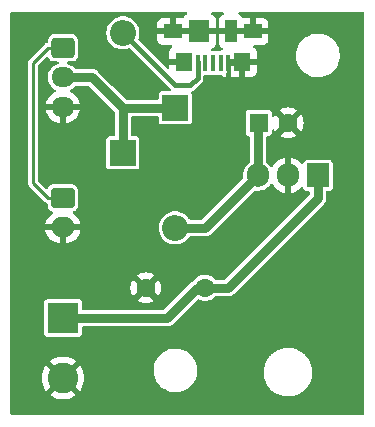
<source format=gbr>
%TF.GenerationSoftware,KiCad,Pcbnew,7.0.9*%
%TF.CreationDate,2023-11-11T09:59:11+01:00*%
%TF.ProjectId,CO2-PwrSupply,434f322d-5077-4725-9375-70706c792e6b,1.0*%
%TF.SameCoordinates,Original*%
%TF.FileFunction,Copper,L2,Bot*%
%TF.FilePolarity,Positive*%
%FSLAX46Y46*%
G04 Gerber Fmt 4.6, Leading zero omitted, Abs format (unit mm)*
G04 Created by KiCad (PCBNEW 7.0.9) date 2023-11-11 09:59:11*
%MOMM*%
%LPD*%
G01*
G04 APERTURE LIST*
G04 Aperture macros list*
%AMRoundRect*
0 Rectangle with rounded corners*
0 $1 Rounding radius*
0 $2 $3 $4 $5 $6 $7 $8 $9 X,Y pos of 4 corners*
0 Add a 4 corners polygon primitive as box body*
4,1,4,$2,$3,$4,$5,$6,$7,$8,$9,$2,$3,0*
0 Add four circle primitives for the rounded corners*
1,1,$1+$1,$2,$3*
1,1,$1+$1,$4,$5*
1,1,$1+$1,$6,$7*
1,1,$1+$1,$8,$9*
0 Add four rect primitives between the rounded corners*
20,1,$1+$1,$2,$3,$4,$5,0*
20,1,$1+$1,$4,$5,$6,$7,0*
20,1,$1+$1,$6,$7,$8,$9,0*
20,1,$1+$1,$8,$9,$2,$3,0*%
G04 Aperture macros list end*
%TA.AperFunction,ComponentPad*%
%ADD10RoundRect,0.250000X-0.725000X0.600000X-0.725000X-0.600000X0.725000X-0.600000X0.725000X0.600000X0*%
%TD*%
%TA.AperFunction,ComponentPad*%
%ADD11O,1.950000X1.700000*%
%TD*%
%TA.AperFunction,ComponentPad*%
%ADD12R,2.200000X2.200000*%
%TD*%
%TA.AperFunction,ComponentPad*%
%ADD13O,2.200000X2.200000*%
%TD*%
%TA.AperFunction,ComponentPad*%
%ADD14RoundRect,0.250000X-0.750000X0.600000X-0.750000X-0.600000X0.750000X-0.600000X0.750000X0.600000X0*%
%TD*%
%TA.AperFunction,ComponentPad*%
%ADD15O,2.000000X1.700000*%
%TD*%
%TA.AperFunction,ComponentPad*%
%ADD16R,1.905000X2.000000*%
%TD*%
%TA.AperFunction,ComponentPad*%
%ADD17O,1.905000X2.000000*%
%TD*%
%TA.AperFunction,ComponentPad*%
%ADD18C,1.600000*%
%TD*%
%TA.AperFunction,ComponentPad*%
%ADD19R,2.600000X2.600000*%
%TD*%
%TA.AperFunction,ComponentPad*%
%ADD20C,2.600000*%
%TD*%
%TA.AperFunction,ComponentPad*%
%ADD21R,1.600000X1.600000*%
%TD*%
%TA.AperFunction,SMDPad,CuDef*%
%ADD22R,0.450000X1.380000*%
%TD*%
%TA.AperFunction,SMDPad,CuDef*%
%ADD23R,1.650000X1.300000*%
%TD*%
%TA.AperFunction,SMDPad,CuDef*%
%ADD24R,1.425000X1.550000*%
%TD*%
%TA.AperFunction,SMDPad,CuDef*%
%ADD25R,1.800000X1.900000*%
%TD*%
%TA.AperFunction,SMDPad,CuDef*%
%ADD26R,1.000000X1.900000*%
%TD*%
%TA.AperFunction,Conductor*%
%ADD27C,0.800000*%
%TD*%
%TA.AperFunction,Conductor*%
%ADD28C,0.400000*%
%TD*%
%TA.AperFunction,Conductor*%
%ADD29C,0.250000*%
%TD*%
G04 APERTURE END LIST*
D10*
%TO.P,J3,1,Pin_1*%
%TO.N,Net-(J2-Pin_1)*%
X53818000Y-20193000D03*
D11*
%TO.P,J3,2,Pin_2*%
%TO.N,Net-(D1-K)*%
X53818000Y-22693000D03*
%TO.P,J3,3,Pin_3*%
%TO.N,GND*%
X53818000Y-25193000D03*
%TD*%
D12*
%TO.P,D2,1,K*%
%TO.N,Net-(D1-K)*%
X63343000Y-25273000D03*
D13*
%TO.P,D2,2,A*%
%TO.N,Net-(D2-A)*%
X63343000Y-35433000D03*
%TD*%
D14*
%TO.P,J2,1,Pin_1*%
%TO.N,Net-(J2-Pin_1)*%
X53818000Y-32893000D03*
D15*
%TO.P,J2,2,Pin_2*%
%TO.N,GND*%
X53818000Y-35393000D03*
%TD*%
D16*
%TO.P,U1,1,IN*%
%TO.N,Net-(J4-Pin_1)*%
X75408000Y-30988000D03*
D17*
%TO.P,U1,2,GND*%
%TO.N,GND*%
X72868000Y-30988000D03*
%TO.P,U1,3,OUT*%
%TO.N,Net-(D2-A)*%
X70328000Y-30988000D03*
%TD*%
D18*
%TO.P,C2,1*%
%TO.N,Net-(J4-Pin_1)*%
X65843000Y-40513000D03*
%TO.P,C2,2*%
%TO.N,GND*%
X60843000Y-40513000D03*
%TD*%
D12*
%TO.P,D1,1,K*%
%TO.N,Net-(D1-K)*%
X58898000Y-29083000D03*
D13*
%TO.P,D1,2,A*%
%TO.N,Net-(D1-A)*%
X58898000Y-18923000D03*
%TD*%
D19*
%TO.P,J4,1,Pin_1*%
%TO.N,Net-(J4-Pin_1)*%
X53818000Y-43053000D03*
D20*
%TO.P,J4,2,Pin_2*%
%TO.N,GND*%
X53818000Y-48133000D03*
%TD*%
D21*
%TO.P,C1,1*%
%TO.N,Net-(D2-A)*%
X70392888Y-26543000D03*
D18*
%TO.P,C1,2*%
%TO.N,GND*%
X72892888Y-26543000D03*
%TD*%
D22*
%TO.P,J1,1,VBUS*%
%TO.N,Net-(D1-A)*%
X65218000Y-21463000D03*
%TO.P,J1,2,D-*%
%TO.N,unconnected-(J1-D--Pad2)*%
X65868000Y-21463000D03*
%TO.P,J1,3,D+*%
%TO.N,unconnected-(J1-D+-Pad3)*%
X66518000Y-21463000D03*
%TO.P,J1,4,ID*%
%TO.N,unconnected-(J1-ID-Pad4)*%
X67168000Y-21463000D03*
%TO.P,J1,5,GND*%
%TO.N,GND*%
X67818000Y-21463000D03*
D23*
%TO.P,J1,6,Shield*%
X63143000Y-18803000D03*
D24*
X64030500Y-21378000D03*
D25*
X65368000Y-18803000D03*
D26*
X68068000Y-18803000D03*
D24*
X69005500Y-21378000D03*
D23*
X69893000Y-18803000D03*
%TD*%
D27*
%TO.N,Net-(D2-A)*%
X70328000Y-26607888D02*
X70392888Y-26543000D01*
X70328000Y-30988000D02*
X70328000Y-26607888D01*
X63343000Y-35433000D02*
X65883000Y-35433000D01*
X65883000Y-35433000D02*
X70328000Y-30988000D01*
%TO.N,GND*%
X60803000Y-40513000D02*
X60843000Y-40513000D01*
X72892888Y-26543000D02*
X72868000Y-26543000D01*
%TO.N,Net-(J4-Pin_1)*%
X53818000Y-43053000D02*
X62668000Y-43053000D01*
X75408000Y-32893000D02*
X75408000Y-30988000D01*
X62668000Y-43053000D02*
X65208000Y-40513000D01*
X65208000Y-40513000D02*
X67788000Y-40513000D01*
X67788000Y-40513000D02*
X75408000Y-32893000D01*
%TO.N,Net-(D1-K)*%
X53818000Y-22693000D02*
X56318000Y-22693000D01*
X58898000Y-25273000D02*
X58898000Y-29083000D01*
X58898000Y-25273000D02*
X63343000Y-25273000D01*
X56318000Y-22693000D02*
X58898000Y-25273000D01*
D28*
%TO.N,Net-(D1-A)*%
X63343000Y-23368000D02*
X58898000Y-18923000D01*
X64613000Y-23368000D02*
X63343000Y-23368000D01*
X65218000Y-22763000D02*
X64613000Y-23368000D01*
X65218000Y-21373000D02*
X65218000Y-22763000D01*
D29*
%TO.N,Net-(J2-Pin_1)*%
X51278000Y-21463000D02*
X51278000Y-31623000D01*
X53818000Y-20193000D02*
X52548000Y-20193000D01*
X52548000Y-32893000D02*
X53818000Y-32893000D01*
X52548000Y-20193000D02*
X51278000Y-21463000D01*
X51278000Y-31623000D02*
X52548000Y-32893000D01*
%TD*%
%TA.AperFunction,Conductor*%
%TO.N,GND*%
G36*
X64313869Y-17165185D02*
G01*
X64359624Y-17217989D01*
X64369568Y-17287147D01*
X64340543Y-17350703D01*
X64290163Y-17385682D01*
X64225913Y-17409645D01*
X64225906Y-17409649D01*
X64110813Y-17495809D01*
X64030337Y-17603311D01*
X63974403Y-17645182D01*
X63931070Y-17653000D01*
X63393000Y-17653000D01*
X63393000Y-18553000D01*
X66768000Y-18553000D01*
X66768000Y-17805172D01*
X66767999Y-17805155D01*
X66761598Y-17745627D01*
X66761596Y-17745620D01*
X66711354Y-17610913D01*
X66711350Y-17610906D01*
X66625190Y-17495812D01*
X66625187Y-17495809D01*
X66510093Y-17409649D01*
X66510086Y-17409645D01*
X66445837Y-17385682D01*
X66389903Y-17343811D01*
X66365486Y-17278346D01*
X66380338Y-17210073D01*
X66429743Y-17160668D01*
X66489170Y-17145500D01*
X67346830Y-17145500D01*
X67413869Y-17165185D01*
X67459624Y-17217989D01*
X67469568Y-17287147D01*
X67440543Y-17350703D01*
X67390163Y-17385682D01*
X67325913Y-17409645D01*
X67325906Y-17409649D01*
X67210812Y-17495809D01*
X67210809Y-17495812D01*
X67124649Y-17610906D01*
X67124645Y-17610913D01*
X67074403Y-17745620D01*
X67074401Y-17745627D01*
X67068000Y-17805155D01*
X67068000Y-18553000D01*
X69643000Y-18553000D01*
X69643000Y-17653000D01*
X70143000Y-17653000D01*
X70143000Y-18553000D01*
X71218000Y-18553000D01*
X71218000Y-18105172D01*
X71217999Y-18105155D01*
X71211598Y-18045627D01*
X71211596Y-18045620D01*
X71161354Y-17910913D01*
X71161350Y-17910906D01*
X71075190Y-17795812D01*
X71075187Y-17795809D01*
X70960093Y-17709649D01*
X70960086Y-17709645D01*
X70825379Y-17659403D01*
X70825372Y-17659401D01*
X70765844Y-17653000D01*
X70143000Y-17653000D01*
X69643000Y-17653000D01*
X69104930Y-17653000D01*
X69037891Y-17633315D01*
X69005663Y-17603311D01*
X68925186Y-17495809D01*
X68810093Y-17409649D01*
X68810086Y-17409645D01*
X68745837Y-17385682D01*
X68689903Y-17343811D01*
X68665486Y-17278346D01*
X68680338Y-17210073D01*
X68729743Y-17160668D01*
X68789170Y-17145500D01*
X79220500Y-17145500D01*
X79287539Y-17165185D01*
X79333294Y-17217989D01*
X79344500Y-17269500D01*
X79344500Y-51183500D01*
X79324815Y-51250539D01*
X79272011Y-51296294D01*
X79220500Y-51307500D01*
X49497500Y-51307500D01*
X49430461Y-51287815D01*
X49384706Y-51235011D01*
X49373500Y-51183500D01*
X49373500Y-48133004D01*
X52012953Y-48133004D01*
X52033113Y-48402026D01*
X52033113Y-48402028D01*
X52093142Y-48665033D01*
X52093148Y-48665052D01*
X52191709Y-48916181D01*
X52191708Y-48916181D01*
X52326602Y-49149822D01*
X52380294Y-49217151D01*
X52380295Y-49217151D01*
X53215452Y-48381993D01*
X53225188Y-48411956D01*
X53313186Y-48550619D01*
X53432903Y-48663040D01*
X53567510Y-48737041D01*
X52732848Y-49571702D01*
X52915483Y-49696220D01*
X52915485Y-49696221D01*
X53158539Y-49813269D01*
X53158537Y-49813269D01*
X53416337Y-49892790D01*
X53416343Y-49892792D01*
X53683101Y-49932999D01*
X53683110Y-49933000D01*
X53952890Y-49933000D01*
X53952898Y-49932999D01*
X54219656Y-49892792D01*
X54219662Y-49892790D01*
X54477461Y-49813269D01*
X54720521Y-49696218D01*
X54903150Y-49571702D01*
X54065534Y-48734086D01*
X54133629Y-48707126D01*
X54266492Y-48610595D01*
X54371175Y-48484055D01*
X54419631Y-48381079D01*
X55255703Y-49217151D01*
X55255704Y-49217150D01*
X55309393Y-49149828D01*
X55309400Y-49149817D01*
X55444290Y-48916181D01*
X55542851Y-48665052D01*
X55542857Y-48665033D01*
X55602886Y-48402028D01*
X55602886Y-48402026D01*
X55623047Y-48133004D01*
X55623047Y-48132995D01*
X55602886Y-47863973D01*
X55602886Y-47863971D01*
X55542857Y-47600966D01*
X55542851Y-47600947D01*
X55529042Y-47565763D01*
X61488787Y-47565763D01*
X61518413Y-47835013D01*
X61518415Y-47835024D01*
X61586926Y-48097082D01*
X61586928Y-48097088D01*
X61692870Y-48346390D01*
X61816567Y-48549075D01*
X61833979Y-48577605D01*
X61833986Y-48577615D01*
X62007253Y-48785819D01*
X62007259Y-48785824D01*
X62102525Y-48871182D01*
X62208998Y-48966582D01*
X62434910Y-49116044D01*
X62680176Y-49231020D01*
X62680183Y-49231022D01*
X62680185Y-49231023D01*
X62939557Y-49309057D01*
X62939564Y-49309058D01*
X62939569Y-49309060D01*
X63207561Y-49348500D01*
X63207566Y-49348500D01*
X63410636Y-49348500D01*
X63462133Y-49344730D01*
X63613156Y-49333677D01*
X63725758Y-49308593D01*
X63877546Y-49274782D01*
X63877548Y-49274781D01*
X63877553Y-49274780D01*
X64130558Y-49178014D01*
X64366777Y-49045441D01*
X64581177Y-48879888D01*
X64769186Y-48684881D01*
X64926799Y-48464579D01*
X65007168Y-48308260D01*
X65050649Y-48223690D01*
X65050651Y-48223684D01*
X65050656Y-48223675D01*
X65138118Y-47967305D01*
X65187319Y-47700933D01*
X65189254Y-47648000D01*
X70812709Y-47648000D01*
X70814835Y-47679078D01*
X70819943Y-47753762D01*
X70823752Y-47862849D01*
X70823754Y-47862869D01*
X70829147Y-47893458D01*
X70829944Y-47899991D01*
X70831851Y-47927862D01*
X70831852Y-47927867D01*
X70854052Y-48034696D01*
X70873550Y-48145271D01*
X70873549Y-48145271D01*
X70882157Y-48171765D01*
X70883896Y-48178313D01*
X70888922Y-48202503D01*
X70888926Y-48202516D01*
X70926508Y-48308260D01*
X70956974Y-48402026D01*
X70962167Y-48418006D01*
X70972969Y-48440153D01*
X70975662Y-48446565D01*
X70982864Y-48466830D01*
X70982865Y-48466833D01*
X70982866Y-48466834D01*
X71035939Y-48569261D01*
X71087876Y-48675749D01*
X71087883Y-48675759D01*
X71099852Y-48693505D01*
X71103504Y-48699656D01*
X71111919Y-48715896D01*
X71180236Y-48812679D01*
X71248234Y-48913491D01*
X71248235Y-48913492D01*
X71248238Y-48913496D01*
X71260428Y-48927035D01*
X71264996Y-48932756D01*
X71273688Y-48945069D01*
X71346845Y-49023402D01*
X71356658Y-49033909D01*
X71367041Y-49045441D01*
X71440125Y-49126608D01*
X71450595Y-49135393D01*
X71451600Y-49136237D01*
X71457063Y-49141417D01*
X71465154Y-49150079D01*
X71465154Y-49150080D01*
X71561877Y-49228770D01*
X71659795Y-49310934D01*
X71659798Y-49310936D01*
X71659803Y-49310940D01*
X71669784Y-49317177D01*
X71676053Y-49321659D01*
X71678740Y-49323846D01*
X71682747Y-49327106D01*
X71682748Y-49327106D01*
X71682754Y-49327111D01*
X71791938Y-49393507D01*
X71902998Y-49462905D01*
X71903001Y-49462906D01*
X71903004Y-49462908D01*
X71910808Y-49466383D01*
X71917810Y-49470052D01*
X71922429Y-49472860D01*
X71922436Y-49472864D01*
X72042442Y-49524989D01*
X72164962Y-49579540D01*
X72164970Y-49579543D01*
X72164975Y-49579545D01*
X72170102Y-49581015D01*
X72177708Y-49583744D01*
X72179725Y-49584620D01*
X72308727Y-49620765D01*
X72440636Y-49658589D01*
X72441595Y-49658723D01*
X72445569Y-49659415D01*
X72449830Y-49660300D01*
X72449839Y-49660303D01*
X72585739Y-49678982D01*
X72724613Y-49698500D01*
X72724615Y-49698500D01*
X73008257Y-49698500D01*
X73008258Y-49698500D01*
X73077337Y-49689004D01*
X73081387Y-49688585D01*
X73154071Y-49683503D01*
X73219045Y-49669692D01*
X73223468Y-49668920D01*
X73226907Y-49668447D01*
X73286161Y-49660303D01*
X73356376Y-49640629D01*
X73360178Y-49639693D01*
X73434575Y-49623880D01*
X73493981Y-49602257D01*
X73498428Y-49600827D01*
X73556275Y-49584620D01*
X73626125Y-49554279D01*
X73629537Y-49552918D01*
X73704050Y-49525799D01*
X73757035Y-49497625D01*
X73761407Y-49495517D01*
X73813568Y-49472862D01*
X73881382Y-49431622D01*
X73884409Y-49429900D01*
X73957253Y-49391169D01*
X74003193Y-49357790D01*
X74007404Y-49354987D01*
X74053246Y-49327111D01*
X74117266Y-49275025D01*
X74119952Y-49272960D01*
X74189254Y-49222610D01*
X74227799Y-49185385D01*
X74231719Y-49181911D01*
X74270845Y-49150081D01*
X74329389Y-49087394D01*
X74331603Y-49085144D01*
X74395539Y-49023403D01*
X74426557Y-48983699D01*
X74430080Y-48979579D01*
X74462312Y-48945069D01*
X74513601Y-48872408D01*
X74515385Y-48870007D01*
X74572093Y-48797425D01*
X74595673Y-48756580D01*
X74598696Y-48751857D01*
X74624081Y-48715896D01*
X74666489Y-48634049D01*
X74667815Y-48631626D01*
X74715477Y-48549075D01*
X74731938Y-48508329D01*
X74734361Y-48503062D01*
X74753136Y-48466830D01*
X74785511Y-48375733D01*
X74822903Y-48283187D01*
X74832752Y-48243684D01*
X74834492Y-48237915D01*
X74847073Y-48202516D01*
X74847075Y-48202511D01*
X74867378Y-48104804D01*
X74892279Y-48004935D01*
X74896198Y-47967639D01*
X74897153Y-47961519D01*
X74904148Y-47927862D01*
X74911170Y-47825197D01*
X74922255Y-47719736D01*
X74921058Y-47685477D01*
X74921165Y-47679078D01*
X74922784Y-47655405D01*
X74923291Y-47648000D01*
X74916056Y-47542237D01*
X74912247Y-47433141D01*
X74906851Y-47402544D01*
X74906054Y-47396005D01*
X74905865Y-47393251D01*
X74904148Y-47368138D01*
X74881947Y-47261303D01*
X74862450Y-47150728D01*
X74853840Y-47124233D01*
X74852105Y-47117699D01*
X74847075Y-47093489D01*
X74809491Y-46987739D01*
X74773833Y-46877994D01*
X74763033Y-46855852D01*
X74760335Y-46849428D01*
X74753137Y-46829173D01*
X74753136Y-46829170D01*
X74700060Y-46726738D01*
X74648121Y-46620247D01*
X74636147Y-46602495D01*
X74632495Y-46596343D01*
X74624080Y-46580103D01*
X74616795Y-46569783D01*
X74555763Y-46483320D01*
X74487762Y-46382504D01*
X74475579Y-46368973D01*
X74470999Y-46363237D01*
X74462319Y-46350941D01*
X74462317Y-46350938D01*
X74462312Y-46350931D01*
X74379341Y-46262090D01*
X74332601Y-46210180D01*
X74295879Y-46169396D01*
X74295874Y-46169391D01*
X74294192Y-46167979D01*
X74284384Y-46159749D01*
X74278940Y-46154587D01*
X74270845Y-46145919D01*
X74270839Y-46145914D01*
X74270837Y-46145912D01*
X74174122Y-46067229D01*
X74076197Y-45985060D01*
X74076189Y-45985055D01*
X74066217Y-45978822D01*
X74059946Y-45974339D01*
X74053251Y-45968893D01*
X74053250Y-45968892D01*
X74053246Y-45968889D01*
X73944061Y-45902492D01*
X73833005Y-45833096D01*
X73830433Y-45831951D01*
X73825181Y-45829612D01*
X73818191Y-45825949D01*
X73813568Y-45823138D01*
X73813566Y-45823137D01*
X73693557Y-45771010D01*
X73571029Y-45716456D01*
X73571023Y-45716454D01*
X73565894Y-45714983D01*
X73558284Y-45712252D01*
X73556275Y-45711380D01*
X73556273Y-45711379D01*
X73556274Y-45711379D01*
X73427272Y-45675234D01*
X73295364Y-45637411D01*
X73295359Y-45637410D01*
X73294418Y-45637278D01*
X73290447Y-45636587D01*
X73286161Y-45635696D01*
X73150260Y-45617017D01*
X73011388Y-45597500D01*
X73011385Y-45597500D01*
X73008258Y-45597500D01*
X72727742Y-45597500D01*
X72727737Y-45597500D01*
X72658696Y-45606989D01*
X72654579Y-45607415D01*
X72581929Y-45612496D01*
X72516974Y-45626302D01*
X72512527Y-45627079D01*
X72453299Y-45635221D01*
X72449847Y-45635696D01*
X72449832Y-45635698D01*
X72379641Y-45655364D01*
X72375806Y-45656308D01*
X72301425Y-45672120D01*
X72242038Y-45693734D01*
X72237562Y-45695173D01*
X72195879Y-45706853D01*
X72179725Y-45711380D01*
X72179722Y-45711380D01*
X72179719Y-45711382D01*
X72109914Y-45741702D01*
X72106420Y-45743095D01*
X72031954Y-45770198D01*
X71978977Y-45798366D01*
X71974571Y-45800490D01*
X71922430Y-45823138D01*
X71922429Y-45823139D01*
X71854656Y-45864352D01*
X71851550Y-45866120D01*
X71778745Y-45904832D01*
X71778738Y-45904836D01*
X71732813Y-45938202D01*
X71728585Y-45941017D01*
X71682760Y-45968884D01*
X71682741Y-45968897D01*
X71618724Y-46020979D01*
X71616040Y-46023043D01*
X71546750Y-46073386D01*
X71546738Y-46073396D01*
X71508212Y-46110600D01*
X71504272Y-46114094D01*
X71465151Y-46145922D01*
X71465146Y-46145927D01*
X71406629Y-46208583D01*
X71404387Y-46210862D01*
X71340461Y-46272596D01*
X71309454Y-46312282D01*
X71305909Y-46316429D01*
X71273694Y-46350923D01*
X71273681Y-46350938D01*
X71222399Y-46423587D01*
X71220605Y-46426003D01*
X71163912Y-46498568D01*
X71163906Y-46498576D01*
X71140336Y-46539398D01*
X71137296Y-46544151D01*
X71111916Y-46580108D01*
X71069524Y-46661921D01*
X71068169Y-46664396D01*
X71020523Y-46746923D01*
X71020522Y-46746925D01*
X71004069Y-46787647D01*
X71001633Y-46792945D01*
X70982862Y-46829173D01*
X70950488Y-46920266D01*
X70913097Y-47012812D01*
X70913096Y-47012814D01*
X70903246Y-47052318D01*
X70901507Y-47058082D01*
X70888927Y-47093480D01*
X70888922Y-47093498D01*
X70868621Y-47191195D01*
X70843720Y-47291067D01*
X70843719Y-47291071D01*
X70839801Y-47328349D01*
X70838844Y-47334482D01*
X70831852Y-47368136D01*
X70831851Y-47368138D01*
X70824829Y-47470802D01*
X70813744Y-47576271D01*
X70813744Y-47576273D01*
X70814941Y-47610520D01*
X70814834Y-47616918D01*
X70812709Y-47647998D01*
X70812709Y-47648000D01*
X65189254Y-47648000D01*
X65197212Y-47430235D01*
X65167586Y-47160982D01*
X65099072Y-46898912D01*
X64993130Y-46649610D01*
X64852018Y-46418390D01*
X64810893Y-46368973D01*
X64678746Y-46210180D01*
X64678740Y-46210175D01*
X64477002Y-46029418D01*
X64251092Y-45879957D01*
X64219779Y-45865278D01*
X64005824Y-45764980D01*
X64005819Y-45764978D01*
X64005814Y-45764976D01*
X63746442Y-45686942D01*
X63746428Y-45686939D01*
X63630791Y-45669921D01*
X63478439Y-45647500D01*
X63275369Y-45647500D01*
X63275364Y-45647500D01*
X63072844Y-45662323D01*
X63072831Y-45662325D01*
X62808453Y-45721217D01*
X62808446Y-45721220D01*
X62555439Y-45817987D01*
X62319226Y-45950557D01*
X62319224Y-45950558D01*
X62319223Y-45950559D01*
X62288427Y-45974339D01*
X62104822Y-46116112D01*
X61916822Y-46311109D01*
X61916816Y-46311116D01*
X61759202Y-46531419D01*
X61759199Y-46531424D01*
X61635350Y-46772309D01*
X61635343Y-46772327D01*
X61547884Y-47028685D01*
X61547881Y-47028699D01*
X61525341Y-47150730D01*
X61504918Y-47261303D01*
X61498681Y-47295068D01*
X61498680Y-47295075D01*
X61488787Y-47565763D01*
X55529042Y-47565763D01*
X55444290Y-47349818D01*
X55444291Y-47349818D01*
X55309397Y-47116177D01*
X55255704Y-47048847D01*
X54420546Y-47884004D01*
X54410812Y-47854044D01*
X54322814Y-47715381D01*
X54203097Y-47602960D01*
X54068489Y-47528958D01*
X54903150Y-46694296D01*
X54720517Y-46569779D01*
X54720516Y-46569778D01*
X54477460Y-46452730D01*
X54477462Y-46452730D01*
X54219662Y-46373209D01*
X54219656Y-46373207D01*
X53952898Y-46333000D01*
X53683101Y-46333000D01*
X53416343Y-46373207D01*
X53416337Y-46373209D01*
X53158538Y-46452730D01*
X52915485Y-46569778D01*
X52915476Y-46569783D01*
X52732848Y-46694296D01*
X53570465Y-47531913D01*
X53502371Y-47558874D01*
X53369508Y-47655405D01*
X53264825Y-47781945D01*
X53216368Y-47884921D01*
X52380295Y-47048848D01*
X52326600Y-47116180D01*
X52191709Y-47349818D01*
X52093148Y-47600947D01*
X52093142Y-47600966D01*
X52033113Y-47863971D01*
X52033113Y-47863973D01*
X52012953Y-48132995D01*
X52012953Y-48133004D01*
X49373500Y-48133004D01*
X49373500Y-44397856D01*
X52217500Y-44397856D01*
X52217502Y-44397882D01*
X52220413Y-44422987D01*
X52220415Y-44422991D01*
X52265793Y-44525764D01*
X52265794Y-44525765D01*
X52345235Y-44605206D01*
X52448009Y-44650585D01*
X52473135Y-44653500D01*
X55162864Y-44653499D01*
X55162879Y-44653497D01*
X55162882Y-44653497D01*
X55187987Y-44650586D01*
X55187988Y-44650585D01*
X55187991Y-44650585D01*
X55290765Y-44605206D01*
X55370206Y-44525765D01*
X55415585Y-44422991D01*
X55418500Y-44397865D01*
X55418500Y-43877500D01*
X55438185Y-43810461D01*
X55490989Y-43764706D01*
X55542500Y-43753500D01*
X62644952Y-43753500D01*
X62648697Y-43753613D01*
X62656042Y-43754057D01*
X62710606Y-43757358D01*
X62748314Y-43750447D01*
X62771621Y-43746177D01*
X62775325Y-43745613D01*
X62793170Y-43743446D01*
X62836872Y-43738140D01*
X62846335Y-43734550D01*
X62867961Y-43728522D01*
X62868893Y-43728351D01*
X62877932Y-43726695D01*
X62934512Y-43701229D01*
X62937942Y-43699809D01*
X62995930Y-43677818D01*
X63004266Y-43672062D01*
X63023821Y-43661034D01*
X63033057Y-43656878D01*
X63081896Y-43618613D01*
X63084876Y-43616421D01*
X63135929Y-43581183D01*
X63177065Y-43534748D01*
X63179599Y-43532056D01*
X65193797Y-41517858D01*
X65255118Y-41484375D01*
X65324810Y-41489359D01*
X65346750Y-41500112D01*
X65350355Y-41502344D01*
X65350363Y-41502348D01*
X65540544Y-41576024D01*
X65741024Y-41613500D01*
X65741026Y-41613500D01*
X65944974Y-41613500D01*
X65944976Y-41613500D01*
X66145456Y-41576024D01*
X66335637Y-41502348D01*
X66509041Y-41394981D01*
X66659764Y-41257579D01*
X66659765Y-41257578D01*
X66663063Y-41253961D01*
X66722774Y-41217680D01*
X66754699Y-41213500D01*
X67764952Y-41213500D01*
X67768697Y-41213613D01*
X67776042Y-41214057D01*
X67830606Y-41217358D01*
X67868314Y-41210447D01*
X67891621Y-41206177D01*
X67895325Y-41205613D01*
X67913170Y-41203446D01*
X67956872Y-41198140D01*
X67966335Y-41194550D01*
X67987961Y-41188522D01*
X67988893Y-41188351D01*
X67997932Y-41186695D01*
X68054512Y-41161229D01*
X68057942Y-41159809D01*
X68115930Y-41137818D01*
X68124266Y-41132062D01*
X68143821Y-41121034D01*
X68153057Y-41116878D01*
X68201896Y-41078613D01*
X68204876Y-41076421D01*
X68255929Y-41041183D01*
X68297065Y-40994748D01*
X68299599Y-40992056D01*
X75887056Y-33404599D01*
X75889748Y-33402065D01*
X75936183Y-33360929D01*
X75971427Y-33309866D01*
X75973617Y-33306890D01*
X76011877Y-33258057D01*
X76016029Y-33248828D01*
X76027062Y-33229268D01*
X76027419Y-33228750D01*
X76032818Y-33220930D01*
X76054812Y-33162933D01*
X76056231Y-33159505D01*
X76081694Y-33102932D01*
X76083520Y-33092965D01*
X76089548Y-33071340D01*
X76093140Y-33061872D01*
X76100615Y-33000309D01*
X76101179Y-32996605D01*
X76105456Y-32973258D01*
X76112357Y-32935606D01*
X76108613Y-32873707D01*
X76108500Y-32869963D01*
X76108500Y-32412499D01*
X76128185Y-32345460D01*
X76180989Y-32299705D01*
X76232500Y-32288499D01*
X76405356Y-32288499D01*
X76405364Y-32288499D01*
X76405379Y-32288497D01*
X76405382Y-32288497D01*
X76430487Y-32285586D01*
X76430488Y-32285585D01*
X76430491Y-32285585D01*
X76533265Y-32240206D01*
X76612706Y-32160765D01*
X76658085Y-32057991D01*
X76661000Y-32032865D01*
X76660999Y-29943136D01*
X76660437Y-29938287D01*
X76658086Y-29918012D01*
X76658085Y-29918010D01*
X76658085Y-29918009D01*
X76612706Y-29815235D01*
X76533265Y-29735794D01*
X76498274Y-29720344D01*
X76430492Y-29690415D01*
X76405365Y-29687500D01*
X74410643Y-29687500D01*
X74410617Y-29687502D01*
X74385512Y-29690413D01*
X74385508Y-29690415D01*
X74282735Y-29735793D01*
X74203294Y-29815234D01*
X74154147Y-29926542D01*
X74152694Y-29925900D01*
X74121604Y-29976459D01*
X74058637Y-30006739D01*
X73989294Y-29998171D01*
X73947328Y-29968359D01*
X73855126Y-29868202D01*
X73855116Y-29868193D01*
X73665168Y-29720350D01*
X73665159Y-29720344D01*
X73453468Y-29605784D01*
X73453454Y-29605778D01*
X73225791Y-29527619D01*
X73118000Y-29509633D01*
X73118000Y-30496316D01*
X73089181Y-30478791D01*
X72943596Y-30438000D01*
X72830378Y-30438000D01*
X72718217Y-30453416D01*
X72618000Y-30496946D01*
X72618000Y-29509633D01*
X72617999Y-29509633D01*
X72510208Y-29527619D01*
X72282545Y-29605778D01*
X72282531Y-29605784D01*
X72070840Y-29720344D01*
X72070831Y-29720350D01*
X71880883Y-29868193D01*
X71880873Y-29868202D01*
X71717851Y-30045289D01*
X71717843Y-30045300D01*
X71583545Y-30250858D01*
X71530399Y-30296215D01*
X71461168Y-30305638D01*
X71397832Y-30276136D01*
X71379419Y-30255921D01*
X71275418Y-30112775D01*
X71275411Y-30112767D01*
X71112393Y-29956906D01*
X71084187Y-29938287D01*
X71039083Y-29884926D01*
X71028500Y-29834801D01*
X71028500Y-27767499D01*
X71048185Y-27700460D01*
X71100989Y-27654705D01*
X71152500Y-27643499D01*
X71237744Y-27643499D01*
X71237752Y-27643499D01*
X71237767Y-27643497D01*
X71237770Y-27643497D01*
X71262875Y-27640586D01*
X71262876Y-27640585D01*
X71262879Y-27640585D01*
X71365653Y-27595206D01*
X71445094Y-27515765D01*
X71490473Y-27412991D01*
X71493388Y-27387865D01*
X71493387Y-27177150D01*
X71513071Y-27110113D01*
X71565875Y-27064358D01*
X71635033Y-27054414D01*
X71698589Y-27083439D01*
X71729769Y-27124747D01*
X71762753Y-27195481D01*
X71762754Y-27195483D01*
X71813861Y-27268471D01*
X71813862Y-27268472D01*
X72494934Y-26587399D01*
X72507723Y-26668148D01*
X72565247Y-26781045D01*
X72654843Y-26870641D01*
X72767740Y-26928165D01*
X72848487Y-26940953D01*
X72167414Y-27622025D01*
X72167414Y-27622026D01*
X72240400Y-27673131D01*
X72240404Y-27673133D01*
X72446561Y-27769265D01*
X72446570Y-27769269D01*
X72666277Y-27828139D01*
X72666288Y-27828141D01*
X72892886Y-27847966D01*
X72892890Y-27847966D01*
X73119487Y-27828141D01*
X73119498Y-27828139D01*
X73339205Y-27769269D01*
X73339219Y-27769264D01*
X73545366Y-27673136D01*
X73618360Y-27622025D01*
X72937289Y-26940953D01*
X73018036Y-26928165D01*
X73130933Y-26870641D01*
X73220529Y-26781045D01*
X73278053Y-26668148D01*
X73290841Y-26587400D01*
X73971913Y-27268472D01*
X74023024Y-27195478D01*
X74119152Y-26989331D01*
X74119157Y-26989317D01*
X74178027Y-26769610D01*
X74178029Y-26769599D01*
X74197854Y-26543002D01*
X74197854Y-26542997D01*
X74178029Y-26316400D01*
X74178027Y-26316389D01*
X74119157Y-26096682D01*
X74119153Y-26096673D01*
X74023021Y-25890516D01*
X74023019Y-25890512D01*
X73971914Y-25817526D01*
X73971913Y-25817526D01*
X73290841Y-26498598D01*
X73278053Y-26417852D01*
X73220529Y-26304955D01*
X73130933Y-26215359D01*
X73018036Y-26157835D01*
X72937288Y-26145046D01*
X73618360Y-25463974D01*
X73618359Y-25463973D01*
X73545371Y-25412866D01*
X73545369Y-25412865D01*
X73339214Y-25316734D01*
X73339205Y-25316730D01*
X73119498Y-25257860D01*
X73119487Y-25257858D01*
X72892890Y-25238034D01*
X72892886Y-25238034D01*
X72666288Y-25257858D01*
X72666277Y-25257860D01*
X72446570Y-25316730D01*
X72446561Y-25316734D01*
X72240401Y-25412868D01*
X72167415Y-25463972D01*
X72167414Y-25463973D01*
X72848488Y-26145046D01*
X72767740Y-26157835D01*
X72654843Y-26215359D01*
X72565247Y-26304955D01*
X72507723Y-26417852D01*
X72494934Y-26498599D01*
X71813861Y-25817526D01*
X71813860Y-25817527D01*
X71762755Y-25890513D01*
X71729769Y-25961253D01*
X71683596Y-26013692D01*
X71616403Y-26032844D01*
X71549521Y-26012628D01*
X71504187Y-25959462D01*
X71493387Y-25908848D01*
X71493387Y-25698143D01*
X71493387Y-25698136D01*
X71493385Y-25698117D01*
X71490474Y-25673012D01*
X71490473Y-25673010D01*
X71490473Y-25673009D01*
X71445094Y-25570235D01*
X71365653Y-25490794D01*
X71365651Y-25490793D01*
X71262880Y-25445415D01*
X71237753Y-25442500D01*
X69548031Y-25442500D01*
X69548005Y-25442502D01*
X69522900Y-25445413D01*
X69522896Y-25445415D01*
X69420123Y-25490793D01*
X69340682Y-25570234D01*
X69295303Y-25673006D01*
X69295303Y-25673008D01*
X69292388Y-25698131D01*
X69292388Y-27387856D01*
X69292390Y-27387882D01*
X69295301Y-27412987D01*
X69295303Y-27412991D01*
X69340681Y-27515764D01*
X69340682Y-27515765D01*
X69420123Y-27595206D01*
X69480865Y-27622026D01*
X69522894Y-27640584D01*
X69522895Y-27640584D01*
X69522897Y-27640585D01*
X69522898Y-27640585D01*
X69531895Y-27643033D01*
X69531177Y-27645671D01*
X69582105Y-27667264D01*
X69621476Y-27724985D01*
X69627500Y-27763166D01*
X69627500Y-29836766D01*
X69607815Y-29903805D01*
X69580813Y-29933713D01*
X69458598Y-30031176D01*
X69310209Y-30201021D01*
X69310208Y-30201021D01*
X69194523Y-30394646D01*
X69115271Y-30605808D01*
X69115271Y-30605809D01*
X69075000Y-30827725D01*
X69075000Y-31091772D01*
X69082893Y-31179472D01*
X69069297Y-31248006D01*
X69047073Y-31278268D01*
X65629162Y-34696181D01*
X65567839Y-34729666D01*
X65541481Y-34732500D01*
X64625351Y-34732500D01*
X64558312Y-34712815D01*
X64521542Y-34676321D01*
X64451983Y-34569852D01*
X64451980Y-34569849D01*
X64451979Y-34569847D01*
X64294784Y-34399087D01*
X64294779Y-34399083D01*
X64294777Y-34399081D01*
X64111634Y-34256535D01*
X64111628Y-34256531D01*
X63907504Y-34146064D01*
X63907495Y-34146061D01*
X63687984Y-34070702D01*
X63516282Y-34042050D01*
X63459049Y-34032500D01*
X63226951Y-34032500D01*
X63181164Y-34040140D01*
X62998015Y-34070702D01*
X62778504Y-34146061D01*
X62778495Y-34146064D01*
X62574371Y-34256531D01*
X62574365Y-34256535D01*
X62391222Y-34399081D01*
X62391219Y-34399084D01*
X62234016Y-34569852D01*
X62107075Y-34764151D01*
X62013842Y-34976699D01*
X61956866Y-35201691D01*
X61956864Y-35201702D01*
X61937700Y-35432993D01*
X61937700Y-35433006D01*
X61956864Y-35664297D01*
X61956866Y-35664308D01*
X62013842Y-35889300D01*
X62107075Y-36101848D01*
X62234016Y-36296147D01*
X62234019Y-36296151D01*
X62234021Y-36296153D01*
X62391216Y-36466913D01*
X62391219Y-36466915D01*
X62391222Y-36466918D01*
X62574365Y-36609464D01*
X62574371Y-36609468D01*
X62574374Y-36609470D01*
X62778497Y-36719936D01*
X62892487Y-36759068D01*
X62998015Y-36795297D01*
X62998017Y-36795297D01*
X62998019Y-36795298D01*
X63226951Y-36833500D01*
X63226952Y-36833500D01*
X63459048Y-36833500D01*
X63459049Y-36833500D01*
X63687981Y-36795298D01*
X63907503Y-36719936D01*
X64111626Y-36609470D01*
X64294784Y-36466913D01*
X64451979Y-36296153D01*
X64521542Y-36189679D01*
X64574688Y-36144322D01*
X64625351Y-36133500D01*
X65859952Y-36133500D01*
X65863697Y-36133613D01*
X65871042Y-36134057D01*
X65925606Y-36137358D01*
X65963314Y-36130447D01*
X65986621Y-36126177D01*
X65990325Y-36125613D01*
X66008170Y-36123446D01*
X66051872Y-36118140D01*
X66061335Y-36114550D01*
X66082961Y-36108522D01*
X66083893Y-36108351D01*
X66092932Y-36106695D01*
X66149512Y-36081229D01*
X66152942Y-36079809D01*
X66210930Y-36057818D01*
X66219266Y-36052062D01*
X66238821Y-36041034D01*
X66248057Y-36036878D01*
X66296896Y-35998613D01*
X66299876Y-35996421D01*
X66350929Y-35961183D01*
X66392065Y-35914748D01*
X66394599Y-35912056D01*
X70001041Y-32305614D01*
X70062362Y-32272131D01*
X70116312Y-32272406D01*
X70159126Y-32282179D01*
X70384443Y-32292298D01*
X70607946Y-32262023D01*
X70822451Y-32192326D01*
X71021064Y-32085447D01*
X71197402Y-31944823D01*
X71345796Y-31774972D01*
X71373163Y-31729167D01*
X71424443Y-31681715D01*
X71493240Y-31669520D01*
X71557709Y-31696454D01*
X71583417Y-31724946D01*
X71717843Y-31930699D01*
X71717851Y-31930710D01*
X71880873Y-32107797D01*
X71880883Y-32107806D01*
X72070831Y-32255649D01*
X72070840Y-32255655D01*
X72282531Y-32370215D01*
X72282545Y-32370221D01*
X72510207Y-32448379D01*
X72618000Y-32466366D01*
X72618000Y-31479683D01*
X72646819Y-31497209D01*
X72792404Y-31538000D01*
X72905622Y-31538000D01*
X73017783Y-31522584D01*
X73118000Y-31479053D01*
X73118000Y-32466365D01*
X73225792Y-32448379D01*
X73453454Y-32370221D01*
X73453468Y-32370215D01*
X73665159Y-32255655D01*
X73665168Y-32255649D01*
X73855116Y-32107806D01*
X73855125Y-32107798D01*
X73947327Y-32007640D01*
X74007214Y-31971649D01*
X74077052Y-31973749D01*
X74134668Y-32013272D01*
X74153431Y-32049773D01*
X74154147Y-32049458D01*
X74203293Y-32160764D01*
X74203294Y-32160765D01*
X74282735Y-32240206D01*
X74385509Y-32285585D01*
X74410635Y-32288500D01*
X74583500Y-32288499D01*
X74650539Y-32308183D01*
X74696294Y-32360987D01*
X74707500Y-32412499D01*
X74707500Y-32551481D01*
X74687815Y-32618520D01*
X74671181Y-32639162D01*
X67534162Y-39776181D01*
X67472839Y-39809666D01*
X67446481Y-39812500D01*
X66754699Y-39812500D01*
X66687660Y-39792815D01*
X66663063Y-39772039D01*
X66659765Y-39768421D01*
X66509041Y-39631019D01*
X66509039Y-39631017D01*
X66335642Y-39523655D01*
X66335635Y-39523651D01*
X66240546Y-39486814D01*
X66145456Y-39449976D01*
X65944976Y-39412500D01*
X65741024Y-39412500D01*
X65540544Y-39449976D01*
X65540541Y-39449976D01*
X65540541Y-39449977D01*
X65350364Y-39523651D01*
X65350357Y-39523655D01*
X65176960Y-39631017D01*
X65176958Y-39631019D01*
X65026238Y-39768417D01*
X64979709Y-39830031D01*
X64924730Y-39871243D01*
X64880069Y-39888182D01*
X64871724Y-39893942D01*
X64852183Y-39904964D01*
X64842944Y-39909122D01*
X64842939Y-39909125D01*
X64794121Y-39947370D01*
X64791106Y-39949589D01*
X64740072Y-39984816D01*
X64740065Y-39984822D01*
X64698942Y-40031240D01*
X64696375Y-40033966D01*
X62414162Y-42316181D01*
X62352839Y-42349666D01*
X62326481Y-42352500D01*
X55542499Y-42352500D01*
X55475460Y-42332815D01*
X55429705Y-42280011D01*
X55418499Y-42228500D01*
X55418499Y-41708143D01*
X55418499Y-41708136D01*
X55418497Y-41708117D01*
X55415586Y-41683012D01*
X55415585Y-41683010D01*
X55415585Y-41683009D01*
X55370206Y-41580235D01*
X55290765Y-41500794D01*
X55264867Y-41489359D01*
X55187992Y-41455415D01*
X55162865Y-41452500D01*
X52473143Y-41452500D01*
X52473117Y-41452502D01*
X52448012Y-41455413D01*
X52448008Y-41455415D01*
X52345235Y-41500793D01*
X52265794Y-41580234D01*
X52220415Y-41683006D01*
X52220415Y-41683008D01*
X52217500Y-41708131D01*
X52217500Y-44397856D01*
X49373500Y-44397856D01*
X49373500Y-40513002D01*
X59538034Y-40513002D01*
X59557858Y-40739599D01*
X59557860Y-40739610D01*
X59616730Y-40959317D01*
X59616734Y-40959326D01*
X59712865Y-41165481D01*
X59712866Y-41165483D01*
X59763973Y-41238471D01*
X59763974Y-41238472D01*
X60445046Y-40557399D01*
X60457835Y-40638148D01*
X60515359Y-40751045D01*
X60604955Y-40840641D01*
X60717852Y-40898165D01*
X60798599Y-40910953D01*
X60117526Y-41592025D01*
X60117526Y-41592026D01*
X60190512Y-41643131D01*
X60190516Y-41643133D01*
X60396673Y-41739265D01*
X60396682Y-41739269D01*
X60616389Y-41798139D01*
X60616400Y-41798141D01*
X60842998Y-41817966D01*
X60843002Y-41817966D01*
X61069599Y-41798141D01*
X61069610Y-41798139D01*
X61289317Y-41739269D01*
X61289331Y-41739264D01*
X61495478Y-41643136D01*
X61568472Y-41592025D01*
X60887401Y-40910953D01*
X60968148Y-40898165D01*
X61081045Y-40840641D01*
X61170641Y-40751045D01*
X61228165Y-40638148D01*
X61240953Y-40557400D01*
X61922025Y-41238472D01*
X61973136Y-41165478D01*
X62069264Y-40959331D01*
X62069269Y-40959317D01*
X62128139Y-40739610D01*
X62128141Y-40739599D01*
X62147966Y-40513002D01*
X62147966Y-40512997D01*
X62128141Y-40286400D01*
X62128139Y-40286389D01*
X62069269Y-40066682D01*
X62069265Y-40066673D01*
X61973133Y-39860516D01*
X61973131Y-39860512D01*
X61922026Y-39787526D01*
X61922025Y-39787526D01*
X61240953Y-40468598D01*
X61228165Y-40387852D01*
X61170641Y-40274955D01*
X61081045Y-40185359D01*
X60968148Y-40127835D01*
X60887400Y-40115046D01*
X61568472Y-39433974D01*
X61568471Y-39433973D01*
X61495483Y-39382866D01*
X61495481Y-39382865D01*
X61289326Y-39286734D01*
X61289317Y-39286730D01*
X61069610Y-39227860D01*
X61069599Y-39227858D01*
X60843002Y-39208034D01*
X60842998Y-39208034D01*
X60616400Y-39227858D01*
X60616389Y-39227860D01*
X60396682Y-39286730D01*
X60396673Y-39286734D01*
X60190513Y-39382868D01*
X60117527Y-39433972D01*
X60117526Y-39433973D01*
X60798600Y-40115046D01*
X60717852Y-40127835D01*
X60604955Y-40185359D01*
X60515359Y-40274955D01*
X60457835Y-40387852D01*
X60445046Y-40468599D01*
X59763973Y-39787526D01*
X59763972Y-39787527D01*
X59712868Y-39860513D01*
X59616734Y-40066673D01*
X59616730Y-40066682D01*
X59557860Y-40286389D01*
X59557858Y-40286400D01*
X59538034Y-40512997D01*
X59538034Y-40513002D01*
X49373500Y-40513002D01*
X49373500Y-31690394D01*
X50852500Y-31690394D01*
X50859962Y-31713358D01*
X50864503Y-31732273D01*
X50866123Y-31742500D01*
X50868281Y-31756127D01*
X50879243Y-31777641D01*
X50886688Y-31795615D01*
X50894150Y-31818580D01*
X50908340Y-31838110D01*
X50918508Y-31854703D01*
X50929470Y-31876218D01*
X50929472Y-31876220D01*
X50953446Y-31900194D01*
X52199472Y-33146220D01*
X52294780Y-33241528D01*
X52316300Y-33252493D01*
X52332875Y-33262649D01*
X52352419Y-33276849D01*
X52375381Y-33284309D01*
X52393354Y-33291753D01*
X52414874Y-33302719D01*
X52414875Y-33302719D01*
X52414877Y-33302720D01*
X52424156Y-33305735D01*
X52423590Y-33307475D01*
X52476028Y-33332331D01*
X52512962Y-33391641D01*
X52517500Y-33424879D01*
X52517500Y-33536102D01*
X52523126Y-33582954D01*
X52528122Y-33624561D01*
X52583639Y-33765343D01*
X52675077Y-33885922D01*
X52795658Y-33977361D01*
X52795660Y-33977362D01*
X52926793Y-34029075D01*
X52981937Y-34071980D01*
X53005130Y-34137888D01*
X52989009Y-34205873D01*
X52952427Y-34246004D01*
X52796922Y-34354890D01*
X52796920Y-34354891D01*
X52629894Y-34521917D01*
X52494399Y-34715421D01*
X52394570Y-34929507D01*
X52394567Y-34929513D01*
X52337364Y-35142999D01*
X52337364Y-35143000D01*
X53384314Y-35143000D01*
X53358507Y-35183156D01*
X53318000Y-35321111D01*
X53318000Y-35464889D01*
X53358507Y-35602844D01*
X53384314Y-35643000D01*
X52337364Y-35643000D01*
X52394567Y-35856486D01*
X52394570Y-35856492D01*
X52494399Y-36070577D01*
X52494400Y-36070579D01*
X52629886Y-36264073D01*
X52629891Y-36264079D01*
X52796920Y-36431108D01*
X52796926Y-36431113D01*
X52990420Y-36566599D01*
X52990422Y-36566600D01*
X53204507Y-36666429D01*
X53204516Y-36666433D01*
X53432673Y-36727567D01*
X53432684Y-36727569D01*
X53567999Y-36739407D01*
X53568000Y-36739407D01*
X53568000Y-35828501D01*
X53675685Y-35877680D01*
X53782237Y-35893000D01*
X53853763Y-35893000D01*
X53960315Y-35877680D01*
X54068000Y-35828501D01*
X54068000Y-36739407D01*
X54203315Y-36727569D01*
X54203326Y-36727567D01*
X54431483Y-36666433D01*
X54431492Y-36666429D01*
X54645577Y-36566600D01*
X54645579Y-36566599D01*
X54839073Y-36431113D01*
X54839079Y-36431108D01*
X55006105Y-36264082D01*
X55141600Y-36070578D01*
X55241429Y-35856492D01*
X55241432Y-35856486D01*
X55298636Y-35643000D01*
X54251686Y-35643000D01*
X54277493Y-35602844D01*
X54318000Y-35464889D01*
X54318000Y-35321111D01*
X54277493Y-35183156D01*
X54251686Y-35143000D01*
X55298636Y-35143000D01*
X55298635Y-35142999D01*
X55241432Y-34929513D01*
X55241429Y-34929507D01*
X55141600Y-34715422D01*
X55141599Y-34715420D01*
X55006113Y-34521926D01*
X55006108Y-34521920D01*
X54839079Y-34354891D01*
X54839073Y-34354886D01*
X54683573Y-34246004D01*
X54639948Y-34191427D01*
X54632754Y-34121929D01*
X54664277Y-34059574D01*
X54709203Y-34029075D01*
X54840342Y-33977361D01*
X54960922Y-33885922D01*
X55052361Y-33765342D01*
X55107877Y-33624564D01*
X55118500Y-33536102D01*
X55118500Y-32249898D01*
X55107877Y-32161436D01*
X55052361Y-32020658D01*
X55052360Y-32020657D01*
X55052360Y-32020656D01*
X54960922Y-31900077D01*
X54840343Y-31808639D01*
X54744192Y-31770722D01*
X54699564Y-31753123D01*
X54699563Y-31753122D01*
X54699561Y-31753122D01*
X54653926Y-31747642D01*
X54611102Y-31742500D01*
X53024898Y-31742500D01*
X52985853Y-31747188D01*
X52936438Y-31753122D01*
X52795656Y-31808639D01*
X52675077Y-31900077D01*
X52583638Y-32020658D01*
X52566384Y-32064411D01*
X52523478Y-32119555D01*
X52457570Y-32142747D01*
X52389585Y-32126626D01*
X52363349Y-32106601D01*
X51739819Y-31483071D01*
X51706334Y-31421748D01*
X51703500Y-31395390D01*
X51703500Y-21690610D01*
X51723185Y-21623571D01*
X51739819Y-21602929D01*
X52052363Y-21290385D01*
X52381280Y-20961467D01*
X52442601Y-20927984D01*
X52512292Y-20932968D01*
X52568226Y-20974839D01*
X52584313Y-21003659D01*
X52608638Y-21065341D01*
X52700077Y-21185922D01*
X52820656Y-21277360D01*
X52820657Y-21277360D01*
X52820658Y-21277361D01*
X52961436Y-21332877D01*
X53049898Y-21343500D01*
X53049903Y-21343500D01*
X53342998Y-21343500D01*
X53410037Y-21363185D01*
X53455792Y-21415989D01*
X53465736Y-21485147D01*
X53436711Y-21548703D01*
X53377933Y-21586477D01*
X53376933Y-21586766D01*
X53275607Y-21615596D01*
X53275605Y-21615596D01*
X53084746Y-21710632D01*
X52914593Y-21839127D01*
X52770947Y-21996699D01*
X52658702Y-22177980D01*
X52658701Y-22177982D01*
X52595296Y-22341652D01*
X52581679Y-22376802D01*
X52542500Y-22586390D01*
X52542500Y-22799610D01*
X52581679Y-23009198D01*
X52658702Y-23208019D01*
X52770948Y-23389302D01*
X52914593Y-23546872D01*
X53084745Y-23675366D01*
X53177733Y-23721668D01*
X53228968Y-23769169D01*
X53246390Y-23836832D01*
X53224465Y-23903172D01*
X53174865Y-23945049D01*
X53015422Y-24019399D01*
X53015420Y-24019400D01*
X52821926Y-24154886D01*
X52821920Y-24154891D01*
X52654894Y-24321917D01*
X52519399Y-24515421D01*
X52419570Y-24729507D01*
X52419567Y-24729513D01*
X52362364Y-24942999D01*
X52362364Y-24943000D01*
X53414031Y-24943000D01*
X53381481Y-24993649D01*
X53343000Y-25124705D01*
X53343000Y-25261295D01*
X53381481Y-25392351D01*
X53414031Y-25443000D01*
X52362364Y-25443000D01*
X52419567Y-25656486D01*
X52419570Y-25656492D01*
X52519399Y-25870577D01*
X52519400Y-25870579D01*
X52654886Y-26064073D01*
X52654891Y-26064079D01*
X52821920Y-26231108D01*
X52821926Y-26231113D01*
X53015420Y-26366599D01*
X53015422Y-26366600D01*
X53229507Y-26466429D01*
X53229516Y-26466433D01*
X53457678Y-26527568D01*
X53568000Y-26537219D01*
X53568000Y-25601018D01*
X53682801Y-25653446D01*
X53784025Y-25668000D01*
X53851975Y-25668000D01*
X53953199Y-25653446D01*
X54068000Y-25601018D01*
X54068000Y-26537219D01*
X54178320Y-26527568D01*
X54178323Y-26527568D01*
X54406483Y-26466433D01*
X54406492Y-26466429D01*
X54620577Y-26366600D01*
X54620579Y-26366599D01*
X54814073Y-26231113D01*
X54814079Y-26231108D01*
X54981105Y-26064082D01*
X55116600Y-25870578D01*
X55216429Y-25656492D01*
X55216432Y-25656486D01*
X55273636Y-25443000D01*
X54221969Y-25443000D01*
X54254519Y-25392351D01*
X54293000Y-25261295D01*
X54293000Y-25124705D01*
X54254519Y-24993649D01*
X54221969Y-24943000D01*
X55273636Y-24943000D01*
X55273635Y-24942999D01*
X55216432Y-24729513D01*
X55216429Y-24729507D01*
X55116600Y-24515422D01*
X55116599Y-24515420D01*
X54981113Y-24321926D01*
X54981108Y-24321920D01*
X54814079Y-24154891D01*
X54814073Y-24154886D01*
X54620579Y-24019400D01*
X54620577Y-24019399D01*
X54461134Y-23945049D01*
X54408695Y-23898876D01*
X54389543Y-23831683D01*
X54409759Y-23764802D01*
X54458266Y-23721668D01*
X54551255Y-23675366D01*
X54721407Y-23546872D01*
X54824340Y-23433961D01*
X54884052Y-23397680D01*
X54915977Y-23393500D01*
X55976481Y-23393500D01*
X56043520Y-23413185D01*
X56064162Y-23429819D01*
X58161181Y-25526838D01*
X58194666Y-25588161D01*
X58197500Y-25614519D01*
X58197500Y-27558500D01*
X58177815Y-27625539D01*
X58125011Y-27671294D01*
X58073500Y-27682500D01*
X57753143Y-27682500D01*
X57753117Y-27682502D01*
X57728012Y-27685413D01*
X57728008Y-27685415D01*
X57625235Y-27730793D01*
X57545794Y-27810234D01*
X57500415Y-27913006D01*
X57500415Y-27913008D01*
X57497500Y-27938131D01*
X57497500Y-30227856D01*
X57497502Y-30227882D01*
X57500413Y-30252987D01*
X57500415Y-30252991D01*
X57545793Y-30355764D01*
X57545794Y-30355765D01*
X57625235Y-30435206D01*
X57728009Y-30480585D01*
X57753135Y-30483500D01*
X60042864Y-30483499D01*
X60042879Y-30483497D01*
X60042882Y-30483497D01*
X60067987Y-30480586D01*
X60067988Y-30480585D01*
X60067991Y-30480585D01*
X60170765Y-30435206D01*
X60250206Y-30355765D01*
X60295585Y-30252991D01*
X60298500Y-30227865D01*
X60298499Y-27938136D01*
X60298497Y-27938117D01*
X60295586Y-27913012D01*
X60295585Y-27913010D01*
X60295585Y-27913009D01*
X60250206Y-27810235D01*
X60170765Y-27730794D01*
X60102065Y-27700460D01*
X60067992Y-27685415D01*
X60042868Y-27682500D01*
X60042865Y-27682500D01*
X59722500Y-27682500D01*
X59655461Y-27662815D01*
X59609706Y-27610011D01*
X59598500Y-27558500D01*
X59598500Y-26097500D01*
X59618185Y-26030461D01*
X59670989Y-25984706D01*
X59722500Y-25973500D01*
X61818501Y-25973500D01*
X61885540Y-25993185D01*
X61931295Y-26045989D01*
X61942501Y-26097500D01*
X61942501Y-26417856D01*
X61942502Y-26417882D01*
X61945413Y-26442987D01*
X61945415Y-26442991D01*
X61990793Y-26545764D01*
X61990794Y-26545765D01*
X62070235Y-26625206D01*
X62173009Y-26670585D01*
X62198135Y-26673500D01*
X64487864Y-26673499D01*
X64487879Y-26673497D01*
X64487882Y-26673497D01*
X64512987Y-26670586D01*
X64512988Y-26670585D01*
X64512991Y-26670585D01*
X64615765Y-26625206D01*
X64695206Y-26545765D01*
X64740585Y-26442991D01*
X64743500Y-26417865D01*
X64743499Y-24128136D01*
X64743497Y-24128117D01*
X64740586Y-24103012D01*
X64740585Y-24103011D01*
X64740585Y-24103009D01*
X64700733Y-24012753D01*
X64691662Y-23943479D01*
X64721485Y-23880294D01*
X64762653Y-23849878D01*
X64802650Y-23831611D01*
X64806728Y-23829922D01*
X64835638Y-23819140D01*
X64855329Y-23811797D01*
X64855329Y-23811796D01*
X64855331Y-23811796D01*
X64859189Y-23808907D01*
X64881995Y-23795375D01*
X64886373Y-23793377D01*
X64925564Y-23759416D01*
X64929014Y-23756637D01*
X64931930Y-23754453D01*
X64941593Y-23747221D01*
X64952720Y-23736092D01*
X64955925Y-23733109D01*
X64995143Y-23699128D01*
X64997751Y-23695068D01*
X65014381Y-23674431D01*
X65524431Y-23164381D01*
X65545068Y-23147751D01*
X65549128Y-23145143D01*
X65583109Y-23105925D01*
X65586092Y-23102720D01*
X65597221Y-23091593D01*
X65606637Y-23079014D01*
X65609417Y-23075564D01*
X65643377Y-23036373D01*
X65645375Y-23031995D01*
X65658907Y-23009189D01*
X65661796Y-23005331D01*
X65679922Y-22956728D01*
X65681614Y-22952645D01*
X65703165Y-22905457D01*
X65703850Y-22900685D01*
X65710409Y-22874992D01*
X65712091Y-22870483D01*
X65715791Y-22818740D01*
X65716265Y-22814340D01*
X65718500Y-22798799D01*
X65718500Y-22783094D01*
X65718658Y-22778669D01*
X65722359Y-22726927D01*
X65721332Y-22722206D01*
X65718500Y-22695858D01*
X65718500Y-22577499D01*
X65738185Y-22510460D01*
X65790989Y-22464705D01*
X65842500Y-22453499D01*
X66137856Y-22453499D01*
X66137864Y-22453499D01*
X66137879Y-22453497D01*
X66137882Y-22453497D01*
X66172258Y-22449511D01*
X66172463Y-22451281D01*
X66213540Y-22451281D01*
X66213745Y-22449510D01*
X66223007Y-22450584D01*
X66223009Y-22450585D01*
X66248135Y-22453500D01*
X66787864Y-22453499D01*
X66787879Y-22453497D01*
X66787882Y-22453497D01*
X66822258Y-22449511D01*
X66822463Y-22451281D01*
X66863540Y-22451281D01*
X66863745Y-22449510D01*
X66873007Y-22450584D01*
X66873009Y-22450585D01*
X66898135Y-22453500D01*
X67131303Y-22453499D01*
X67198342Y-22473183D01*
X67230567Y-22503185D01*
X67235807Y-22510185D01*
X67235813Y-22510190D01*
X67350911Y-22596352D01*
X67350913Y-22596354D01*
X67485620Y-22646596D01*
X67485627Y-22646598D01*
X67545155Y-22652999D01*
X67545172Y-22653000D01*
X67593000Y-22653000D01*
X68043000Y-22653000D01*
X68090828Y-22653000D01*
X68090841Y-22652999D01*
X68154743Y-22646128D01*
X68181257Y-22646128D01*
X68245158Y-22652999D01*
X68245172Y-22653000D01*
X68755500Y-22653000D01*
X68755500Y-21628000D01*
X69255500Y-21628000D01*
X69255500Y-22653000D01*
X69765828Y-22653000D01*
X69765844Y-22652999D01*
X69825372Y-22646598D01*
X69825379Y-22646596D01*
X69960086Y-22596354D01*
X69960093Y-22596350D01*
X70075187Y-22510190D01*
X70075190Y-22510187D01*
X70161350Y-22395093D01*
X70161354Y-22395086D01*
X70211596Y-22260379D01*
X70211598Y-22260372D01*
X70217999Y-22200844D01*
X70218000Y-22200827D01*
X70218000Y-21628000D01*
X69255500Y-21628000D01*
X68755500Y-21628000D01*
X68583000Y-21628000D01*
X68559319Y-21651681D01*
X68497996Y-21685166D01*
X68471638Y-21688000D01*
X68043000Y-21688000D01*
X68043000Y-22653000D01*
X67593000Y-22653000D01*
X67593000Y-22429333D01*
X67612685Y-22362294D01*
X67629319Y-22341652D01*
X67645206Y-22325765D01*
X67690585Y-22222991D01*
X67693500Y-22197865D01*
X67693499Y-21348860D01*
X67713183Y-21281823D01*
X67729818Y-21261180D01*
X67758820Y-21232178D01*
X67772685Y-21184961D01*
X67825489Y-21139206D01*
X67877000Y-21128000D01*
X70218000Y-21128000D01*
X70218000Y-20895763D01*
X73553787Y-20895763D01*
X73583413Y-21165013D01*
X73583415Y-21165024D01*
X73649026Y-21415989D01*
X73651928Y-21427088D01*
X73757870Y-21676390D01*
X73857188Y-21839128D01*
X73898979Y-21907605D01*
X73898986Y-21907615D01*
X74072253Y-22115819D01*
X74072259Y-22115824D01*
X74233585Y-22260372D01*
X74273998Y-22296582D01*
X74499910Y-22446044D01*
X74745176Y-22561020D01*
X74745183Y-22561022D01*
X74745185Y-22561023D01*
X75004557Y-22639057D01*
X75004564Y-22639058D01*
X75004569Y-22639060D01*
X75272561Y-22678500D01*
X75272566Y-22678500D01*
X75475636Y-22678500D01*
X75527133Y-22674730D01*
X75678156Y-22663677D01*
X75790758Y-22638593D01*
X75942546Y-22604782D01*
X75942548Y-22604781D01*
X75942553Y-22604780D01*
X76195558Y-22508014D01*
X76431777Y-22375441D01*
X76646177Y-22209888D01*
X76834186Y-22014881D01*
X76991799Y-21794579D01*
X77079720Y-21623571D01*
X77115649Y-21553690D01*
X77115651Y-21553684D01*
X77115656Y-21553675D01*
X77203118Y-21297305D01*
X77252319Y-21030933D01*
X77262212Y-20760235D01*
X77232586Y-20490982D01*
X77164072Y-20228912D01*
X77058130Y-19979610D01*
X76917018Y-19748390D01*
X76827747Y-19641119D01*
X76743746Y-19540180D01*
X76743740Y-19540175D01*
X76542002Y-19359418D01*
X76316092Y-19209957D01*
X76295016Y-19200077D01*
X76070824Y-19094980D01*
X76070819Y-19094978D01*
X76070814Y-19094976D01*
X75811442Y-19016942D01*
X75811428Y-19016939D01*
X75695791Y-18999921D01*
X75543439Y-18977500D01*
X75340369Y-18977500D01*
X75340364Y-18977500D01*
X75137844Y-18992323D01*
X75137831Y-18992325D01*
X74873453Y-19051217D01*
X74873446Y-19051220D01*
X74620439Y-19147987D01*
X74384226Y-19280557D01*
X74169822Y-19446112D01*
X73981822Y-19641109D01*
X73981816Y-19641116D01*
X73824202Y-19861419D01*
X73824199Y-19861424D01*
X73700350Y-20102309D01*
X73700343Y-20102327D01*
X73612884Y-20358685D01*
X73612881Y-20358699D01*
X73563681Y-20625068D01*
X73563680Y-20625075D01*
X73553787Y-20895763D01*
X70218000Y-20895763D01*
X70218000Y-20555172D01*
X70217999Y-20555155D01*
X70211598Y-20495627D01*
X70211596Y-20495620D01*
X70161354Y-20360913D01*
X70161350Y-20360906D01*
X70075190Y-20245812D01*
X70075187Y-20245809D01*
X69982290Y-20176266D01*
X69940419Y-20120332D01*
X69935435Y-20050641D01*
X69968921Y-19989318D01*
X70030244Y-19955834D01*
X70056601Y-19953000D01*
X70765828Y-19953000D01*
X70765844Y-19952999D01*
X70825372Y-19946598D01*
X70825379Y-19946596D01*
X70960086Y-19896354D01*
X70960093Y-19896350D01*
X71075187Y-19810190D01*
X71075190Y-19810187D01*
X71161350Y-19695093D01*
X71161354Y-19695086D01*
X71211596Y-19560379D01*
X71211598Y-19560372D01*
X71217999Y-19500844D01*
X71218000Y-19500827D01*
X71218000Y-19053000D01*
X67068000Y-19053000D01*
X67068000Y-19800844D01*
X67074401Y-19860372D01*
X67074403Y-19860379D01*
X67124645Y-19995086D01*
X67124649Y-19995093D01*
X67210809Y-20110187D01*
X67210812Y-20110190D01*
X67294836Y-20173091D01*
X67336707Y-20229025D01*
X67341691Y-20298716D01*
X67308205Y-20360039D01*
X67294838Y-20371623D01*
X67235808Y-20415813D01*
X67235804Y-20415817D01*
X67230567Y-20422814D01*
X67174632Y-20464683D01*
X67131304Y-20472500D01*
X66898143Y-20472500D01*
X66898117Y-20472502D01*
X66863742Y-20476489D01*
X66863537Y-20474727D01*
X66822459Y-20474725D01*
X66822255Y-20476490D01*
X66812991Y-20475415D01*
X66807044Y-20474725D01*
X66787868Y-20472500D01*
X66456994Y-20472500D01*
X66389955Y-20452815D01*
X66344200Y-20400011D01*
X66334256Y-20330853D01*
X66363281Y-20267297D01*
X66413662Y-20232318D01*
X66510084Y-20196355D01*
X66510093Y-20196350D01*
X66625187Y-20110190D01*
X66625190Y-20110187D01*
X66711350Y-19995093D01*
X66711354Y-19995086D01*
X66761596Y-19860379D01*
X66761598Y-19860372D01*
X66767999Y-19800844D01*
X66768000Y-19800827D01*
X66768000Y-19053000D01*
X61818000Y-19053000D01*
X61818000Y-19500844D01*
X61824401Y-19560372D01*
X61824403Y-19560379D01*
X61874645Y-19695086D01*
X61874649Y-19695093D01*
X61960809Y-19810187D01*
X61960812Y-19810190D01*
X62075906Y-19896350D01*
X62075913Y-19896354D01*
X62210620Y-19946596D01*
X62210627Y-19946598D01*
X62270155Y-19952999D01*
X62270172Y-19953000D01*
X62979399Y-19953000D01*
X63046438Y-19972685D01*
X63092193Y-20025489D01*
X63102137Y-20094647D01*
X63073112Y-20158203D01*
X63053710Y-20176266D01*
X62960812Y-20245809D01*
X62960809Y-20245812D01*
X62874649Y-20360906D01*
X62874645Y-20360913D01*
X62824403Y-20495620D01*
X62824401Y-20495627D01*
X62818000Y-20555155D01*
X62818000Y-21128000D01*
X64156500Y-21128000D01*
X64223539Y-21147685D01*
X64269294Y-21200489D01*
X64280500Y-21252000D01*
X64280500Y-21504000D01*
X64260815Y-21571039D01*
X64208011Y-21616794D01*
X64156500Y-21628000D01*
X62818000Y-21628000D01*
X62818000Y-21835824D01*
X62798315Y-21902863D01*
X62745511Y-21948618D01*
X62676353Y-21958562D01*
X62612797Y-21929537D01*
X62606319Y-21923505D01*
X60236742Y-19553928D01*
X60203257Y-19492605D01*
X60208241Y-19422913D01*
X60210867Y-19416436D01*
X60227157Y-19379300D01*
X60284134Y-19154305D01*
X60292518Y-19053122D01*
X60303300Y-18923006D01*
X60303300Y-18922993D01*
X60284135Y-18691702D01*
X60284133Y-18691691D01*
X60249011Y-18553000D01*
X61818000Y-18553000D01*
X62893000Y-18553000D01*
X62893000Y-17653000D01*
X62270155Y-17653000D01*
X62210627Y-17659401D01*
X62210620Y-17659403D01*
X62075913Y-17709645D01*
X62075906Y-17709649D01*
X61960812Y-17795809D01*
X61960809Y-17795812D01*
X61874649Y-17910906D01*
X61874645Y-17910913D01*
X61824403Y-18045620D01*
X61824401Y-18045627D01*
X61818000Y-18105155D01*
X61818000Y-18553000D01*
X60249011Y-18553000D01*
X60227157Y-18466699D01*
X60133924Y-18254151D01*
X60006983Y-18059852D01*
X60006980Y-18059849D01*
X60006979Y-18059847D01*
X59849784Y-17889087D01*
X59849779Y-17889083D01*
X59849777Y-17889081D01*
X59666634Y-17746535D01*
X59666628Y-17746531D01*
X59462504Y-17636064D01*
X59462495Y-17636061D01*
X59242984Y-17560702D01*
X59071282Y-17532050D01*
X59014049Y-17522500D01*
X58781951Y-17522500D01*
X58736164Y-17530140D01*
X58553015Y-17560702D01*
X58333504Y-17636061D01*
X58333495Y-17636064D01*
X58129371Y-17746531D01*
X58129365Y-17746535D01*
X57946222Y-17889081D01*
X57946219Y-17889084D01*
X57789016Y-18059852D01*
X57662075Y-18254151D01*
X57568842Y-18466699D01*
X57511866Y-18691691D01*
X57511864Y-18691702D01*
X57492700Y-18922993D01*
X57492700Y-18923006D01*
X57511864Y-19154297D01*
X57511866Y-19154308D01*
X57568842Y-19379300D01*
X57662075Y-19591848D01*
X57789016Y-19786147D01*
X57789019Y-19786151D01*
X57789021Y-19786153D01*
X57946216Y-19956913D01*
X57946219Y-19956915D01*
X57946222Y-19956918D01*
X58129365Y-20099464D01*
X58129371Y-20099468D01*
X58129374Y-20099470D01*
X58271280Y-20176266D01*
X58308401Y-20196355D01*
X58333497Y-20209936D01*
X58438000Y-20245812D01*
X58553015Y-20285297D01*
X58553017Y-20285297D01*
X58553019Y-20285298D01*
X58781951Y-20323500D01*
X58781952Y-20323500D01*
X59014048Y-20323500D01*
X59014049Y-20323500D01*
X59242981Y-20285298D01*
X59400175Y-20231332D01*
X59469973Y-20228183D01*
X59528119Y-20260933D01*
X62928006Y-23660819D01*
X62961491Y-23722142D01*
X62956507Y-23791834D01*
X62914635Y-23847767D01*
X62849171Y-23872184D01*
X62840325Y-23872500D01*
X62198143Y-23872500D01*
X62198117Y-23872502D01*
X62173012Y-23875413D01*
X62173008Y-23875415D01*
X62070235Y-23920793D01*
X61990794Y-24000234D01*
X61945415Y-24103006D01*
X61945415Y-24103008D01*
X61942500Y-24128131D01*
X61942500Y-24448500D01*
X61922815Y-24515539D01*
X61870011Y-24561294D01*
X61818500Y-24572500D01*
X59239519Y-24572500D01*
X59172480Y-24552815D01*
X59151838Y-24536181D01*
X58004957Y-23389300D01*
X56829598Y-22213941D01*
X56827064Y-22211250D01*
X56785929Y-22164817D01*
X56785928Y-22164816D01*
X56785924Y-22164812D01*
X56734896Y-22129591D01*
X56731887Y-22127377D01*
X56683060Y-22089124D01*
X56683055Y-22089120D01*
X56673813Y-22084961D01*
X56654266Y-22073936D01*
X56645931Y-22068183D01*
X56645932Y-22068183D01*
X56645930Y-22068182D01*
X56587941Y-22046189D01*
X56584490Y-22044759D01*
X56527930Y-22019304D01*
X56517946Y-22017474D01*
X56496343Y-22011451D01*
X56486874Y-22007860D01*
X56486870Y-22007859D01*
X56425313Y-22000384D01*
X56421612Y-21999821D01*
X56360608Y-21988642D01*
X56360603Y-21988642D01*
X56298697Y-21992387D01*
X56294952Y-21992500D01*
X54915977Y-21992500D01*
X54848938Y-21972815D01*
X54824340Y-21952039D01*
X54721406Y-21839127D01*
X54551253Y-21710632D01*
X54360393Y-21615596D01*
X54259067Y-21586766D01*
X54199974Y-21549486D01*
X54170417Y-21486177D01*
X54179779Y-21416937D01*
X54225089Y-21363751D01*
X54291961Y-21343504D01*
X54293002Y-21343500D01*
X54586097Y-21343500D01*
X54586102Y-21343500D01*
X54674564Y-21332877D01*
X54815342Y-21277361D01*
X54935922Y-21185922D01*
X55027361Y-21065342D01*
X55082877Y-20924564D01*
X55093500Y-20836102D01*
X55093500Y-19549898D01*
X55082877Y-19461436D01*
X55027361Y-19320658D01*
X55027360Y-19320657D01*
X55027360Y-19320656D01*
X54935922Y-19200077D01*
X54815343Y-19108639D01*
X54674561Y-19053122D01*
X54628926Y-19047642D01*
X54586102Y-19042500D01*
X53049898Y-19042500D01*
X53010853Y-19047188D01*
X52961438Y-19053122D01*
X52820656Y-19108639D01*
X52700077Y-19200077D01*
X52608639Y-19320656D01*
X52553122Y-19461438D01*
X52549380Y-19492605D01*
X52542500Y-19549898D01*
X52542500Y-19549903D01*
X52542500Y-19657161D01*
X52522815Y-19724200D01*
X52470011Y-19769955D01*
X52437900Y-19779633D01*
X52426090Y-19781504D01*
X52414871Y-19783281D01*
X52393358Y-19794243D01*
X52375386Y-19801688D01*
X52352418Y-19809151D01*
X52352416Y-19809152D01*
X52332884Y-19823343D01*
X52316299Y-19833506D01*
X52294782Y-19844469D01*
X52294780Y-19844471D01*
X51024780Y-21114472D01*
X50929471Y-21209780D01*
X50918510Y-21231293D01*
X50908346Y-21247878D01*
X50894152Y-21267414D01*
X50894151Y-21267417D01*
X50886688Y-21290385D01*
X50879243Y-21308358D01*
X50868280Y-21329873D01*
X50864503Y-21353722D01*
X50859962Y-21372639D01*
X50852500Y-21395604D01*
X50852500Y-31690394D01*
X49373500Y-31690394D01*
X49373500Y-17269500D01*
X49393185Y-17202461D01*
X49445989Y-17156706D01*
X49497500Y-17145500D01*
X64246830Y-17145500D01*
X64313869Y-17165185D01*
G37*
%TD.AperFunction*%
%TD*%
M02*

</source>
